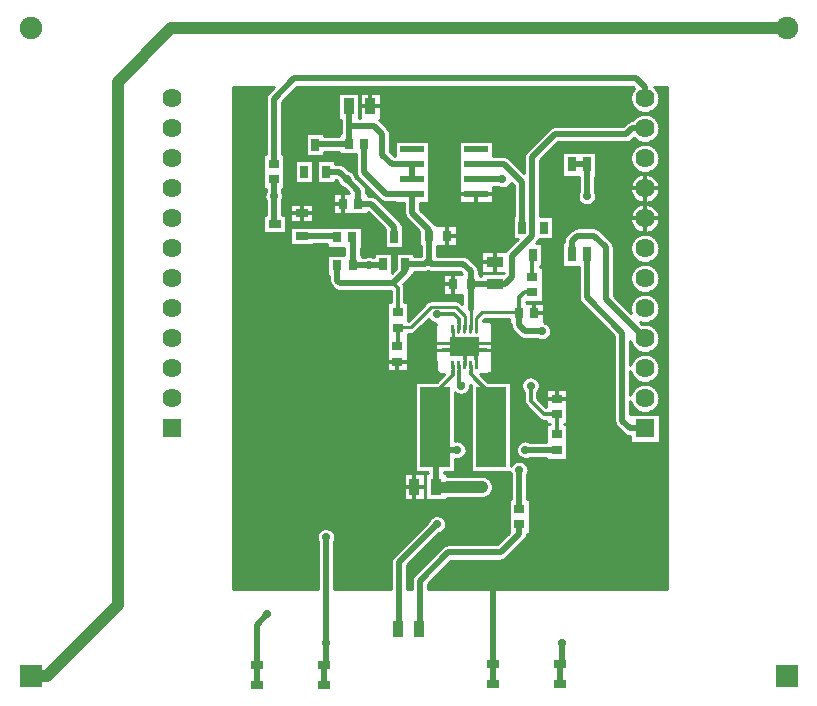
<source format=gbr>
G04 DipTrace 2.4.0.2*
%INTop.gbr*%
%MOMM*%
%ADD13C,0.28*%
%ADD14C,0.3*%
%ADD15C,0.25*%
%ADD16C,1.0*%
%ADD17C,0.5*%
%ADD18C,0.35*%
%ADD19C,0.95*%
%ADD21R,1.9X1.9*%
%ADD22C,1.9*%
%ADD24R,0.9X0.8*%
%ADD25R,0.95X1.4*%
%ADD26R,1.62X1.62*%
%ADD27C,1.62*%
%ADD28R,1.4X0.95*%
%ADD29R,0.8X0.9*%
%ADD31R,0.65X1.05*%
%ADD32R,0.85X1.4*%
%ADD34C,0.5*%
%ADD35R,2.0X0.6*%
%ADD36R,2.5X6.8*%
%ADD37R,1.0X0.7*%
%ADD38R,1.05X0.65*%
%ADD39R,0.76X1.27*%
%ADD40C,0.7*%
%ADD41C,1.016*%
%FSLAX53Y53*%
G04*
G71*
G90*
G75*
G01*
%LNTop*%
%LPD*%
X64319Y70282D2*
D13*
Y70794D1*
D14*
Y71807D1*
X65319Y70282D2*
D13*
Y70794D1*
D14*
Y71807D1*
X64319D1*
X63319Y73282D2*
D13*
Y72401D1*
D14*
X63913Y71807D1*
X64319D1*
X67200Y70743D2*
D15*
Y71378D1*
X67042Y71536D1*
X64591D1*
X64319Y71807D1*
X67200Y70743D2*
Y71537D1*
X66649Y72088D1*
X64600D1*
X64319Y71807D1*
X61009Y72965D2*
Y72085D1*
X64041D1*
X64319Y71807D1*
X61009Y71854D2*
Y71533D1*
X64045D1*
X64319Y71807D1*
X66730Y43211D2*
D17*
Y44911D1*
Y51290D1*
X68080Y52640D1*
X69421D1*
X72281Y55500D1*
X79580Y92840D2*
Y93764D1*
X78789Y94555D1*
X49893D1*
X48149Y92810D1*
Y87283D1*
X64819Y70282D2*
D13*
Y69770D1*
D14*
Y69472D1*
X66565Y67726D1*
Y65026D1*
X70097Y79597D2*
D18*
Y79355D1*
X70058Y79315D1*
Y77728D1*
X59299Y78803D2*
D17*
X60973D1*
X61326Y79156D1*
Y81220D1*
X59896Y84713D2*
Y83128D1*
X61326Y81697D1*
Y81220D1*
X59299Y78803D2*
Y78240D1*
X58245Y77186D1*
X53770D1*
X53547Y77410D1*
Y78680D1*
X53532Y78695D1*
X55799Y89000D2*
Y86589D1*
X57675Y84713D1*
X59896D1*
X68947Y58070D2*
Y61377D1*
X61326Y78998D2*
Y79156D1*
X64819Y73282D2*
D13*
Y75029D1*
D17*
Y77093D1*
X58643Y74726D2*
D14*
Y76789D1*
X58245Y77186D1*
X66855Y77120D2*
D17*
X67704D1*
X68311Y77728D1*
Y79474D1*
X70058Y81220D1*
Y87888D1*
X71963Y89793D1*
X77995D1*
X78502Y90300D1*
X79580D1*
X66855Y77120D2*
X64819D1*
Y77093D1*
Y78204D1*
X64184Y78839D1*
X61485D1*
X61326Y78998D1*
X52430Y43163D2*
Y44863D1*
X52580D1*
Y46711D1*
Y55675D1*
X70851Y73124D2*
X69422D1*
X68930Y73616D1*
Y74655D1*
X72430Y43211D2*
Y44911D1*
X72580Y46711D2*
Y45061D1*
X72430Y44911D1*
X65319Y73282D2*
D15*
Y74259D1*
X65771Y74711D1*
X68874D1*
X68930Y74655D1*
X70058Y76428D2*
D18*
X69392D1*
X68946Y75981D1*
Y74671D1*
X68930Y74655D1*
X46730Y43163D2*
D17*
Y44863D1*
X61906Y59946D2*
Y64923D1*
X61803Y65026D1*
X72123Y63091D2*
X69453D1*
X63708D2*
X61991D1*
X61644Y63439D1*
Y65026D1*
X61803D1*
X63319Y70282D2*
D13*
Y69770D1*
D14*
Y69401D1*
X61803Y67884D1*
Y65026D1*
X65772Y59946D2*
D16*
X62881D1*
D19*
X61906D1*
X46730Y44863D2*
D17*
Y48290D1*
X47580Y49140D1*
X54832Y78695D2*
Y81047D1*
X54817Y81062D1*
X54832Y78695D2*
X56246D1*
X57291D1*
X57399Y78803D1*
X63819Y73282D2*
D13*
Y73794D1*
D14*
Y74123D1*
X63390Y74552D1*
X61962D1*
Y56770D2*
D17*
X58786Y53595D1*
Y47961D1*
X58705Y47880D1*
X54499Y89000D2*
X51721D1*
X51639Y88918D1*
X59896Y85983D2*
Y87253D1*
X54499Y92175D2*
Y90490D1*
Y89000D1*
Y90490D2*
X56661D1*
X57357Y89794D1*
Y88047D1*
X58151Y87254D1*
X59895D1*
X59896Y87253D1*
X58349Y81103D2*
Y81976D1*
X56405Y83919D1*
X55323D1*
X55308Y83904D1*
X52589Y86618D2*
X53691D1*
X54326Y85983D1*
X55308Y85001D1*
Y83904D1*
X65296Y85983D2*
X67518D1*
X73393Y79633D2*
Y80744D1*
X73869Y81220D1*
X75298D1*
X76251Y80268D1*
Y75850D1*
X79580Y72520D1*
X63819Y70282D2*
D13*
Y69770D1*
D14*
Y68678D1*
X64184D1*
X64026Y68520D1*
X69899D2*
Y67250D1*
X71041Y66108D1*
X72123D1*
Y64391D1*
X91580Y98770D2*
D16*
X39502D1*
X34971Y94239D1*
Y49944D1*
X28938Y43910D1*
X27580D1*
X69147Y81897D2*
D17*
Y85782D1*
X67676Y87253D1*
X65296D1*
X68947Y56770D2*
Y55977D1*
X67360Y54389D1*
X62914D1*
X60533Y52007D1*
Y47880D1*
X60455D1*
X79580Y64900D2*
X78281D1*
X77679Y65502D1*
Y72963D1*
X74663Y75980D1*
Y79633D1*
X48149Y85983D2*
Y84554D1*
Y82252D1*
X48230Y82170D1*
X74663Y87253D2*
Y84554D1*
X73393Y87253D2*
X74663D1*
X64319Y73282D2*
D15*
Y74417D1*
X63549Y75188D1*
X61485D1*
X59739Y73441D1*
X58658D1*
X58643Y73426D1*
D14*
Y71869D1*
X58627Y71854D1*
X50530Y81220D2*
D17*
X53358D1*
X53517Y81062D1*
D40*
X68947Y61377D3*
X61326Y78998D3*
D3*
X52580Y55675D3*
X70851Y73124D3*
X72580Y46711D3*
X52580D3*
X69453Y63091D3*
X63708D3*
D41*
X65772Y59946D3*
D40*
X47580Y49140D3*
X61962Y74552D3*
X56246Y78695D3*
X61962Y56770D3*
Y74552D3*
X67518Y85983D3*
X54326D3*
X64026Y68520D3*
X69899D3*
X74663Y84554D3*
X48149D3*
D41*
X61167Y77093D3*
X67041Y80903D3*
X52595Y82808D3*
X58945Y92332D3*
X61485D3*
X73550Y75505D3*
Y73600D3*
Y71695D3*
X64978Y80903D3*
D40*
X67200Y72965D3*
Y71854D3*
Y70743D3*
X61009Y72965D3*
Y71854D3*
Y70743D3*
D41*
X57834Y59947D3*
Y58042D3*
X56246Y64709D3*
X72281Y55500D3*
X56246Y67725D3*
X75457Y55500D3*
X74980Y73600D3*
X68946Y70425D3*
Y66456D3*
X64080Y52640D3*
X67255D3*
X53905D3*
X57080D3*
X72281Y61000D3*
X75457D3*
X44730Y93548D2*
D15*
X47893D1*
X49880D2*
X78530D1*
X80630D2*
X81430D1*
X44730Y93302D2*
X47647D1*
X49634D2*
X53565D1*
X57283D2*
X78401D1*
X80759D2*
X81430D1*
X44730Y93055D2*
X47483D1*
X49388D2*
X53565D1*
X57283D2*
X78330D1*
X80830D2*
X81430D1*
X44730Y92808D2*
X47440D1*
X49138D2*
X53565D1*
X57283D2*
X78311D1*
X80849D2*
X81430D1*
X44730Y92562D2*
X47440D1*
X48892D2*
X53565D1*
X57283D2*
X78342D1*
X80818D2*
X81430D1*
X44730Y92315D2*
X47440D1*
X48857D2*
X53565D1*
X57283D2*
X78428D1*
X80732D2*
X81430D1*
X44730Y92068D2*
X47440D1*
X48857D2*
X53565D1*
X57283D2*
X78576D1*
X80584D2*
X81430D1*
X44730Y91822D2*
X47440D1*
X48857D2*
X53565D1*
X57283D2*
X78838D1*
X80322D2*
X81430D1*
X44730Y91575D2*
X47440D1*
X48857D2*
X53565D1*
X57283D2*
X81430D1*
X44730Y91328D2*
X47440D1*
X48857D2*
X53565D1*
X57283D2*
X78854D1*
X80306D2*
X81430D1*
X44730Y91082D2*
X47440D1*
X48857D2*
X53565D1*
X57283D2*
X78588D1*
X80572D2*
X81430D1*
X44730Y90835D2*
X47440D1*
X48857D2*
X53791D1*
X57310D2*
X78049D1*
X80728D2*
X81430D1*
X44730Y90588D2*
X47440D1*
X48857D2*
X53791D1*
X57556D2*
X77799D1*
X80814D2*
X81430D1*
X44730Y90342D2*
X47440D1*
X48857D2*
X53791D1*
X57802D2*
X71530D1*
X80849D2*
X81430D1*
X44730Y90095D2*
X47440D1*
X48857D2*
X53791D1*
X57998D2*
X71272D1*
X80834D2*
X81430D1*
X44730Y89848D2*
X47440D1*
X48857D2*
X50854D1*
X52423D2*
X53639D1*
X58064D2*
X71026D1*
X80763D2*
X81430D1*
X44730Y89602D2*
X47440D1*
X48857D2*
X50854D1*
X58068D2*
X70780D1*
X80634D2*
X81430D1*
X44730Y89355D2*
X47440D1*
X48857D2*
X50854D1*
X58068D2*
X70534D1*
X78552D2*
X78744D1*
X80416D2*
X81430D1*
X44730Y89108D2*
X47440D1*
X48857D2*
X50854D1*
X58068D2*
X58436D1*
X61357D2*
X63834D1*
X66755D2*
X70284D1*
X78044D2*
X79198D1*
X79962D2*
X81430D1*
X44730Y88862D2*
X47440D1*
X48857D2*
X50854D1*
X58068D2*
X58436D1*
X61357D2*
X63834D1*
X66755D2*
X70037D1*
X72025D2*
X78975D1*
X80185D2*
X81430D1*
X44730Y88615D2*
X47440D1*
X48857D2*
X50854D1*
X58068D2*
X58436D1*
X61357D2*
X63834D1*
X66755D2*
X69791D1*
X71779D2*
X78651D1*
X80509D2*
X81430D1*
X44730Y88368D2*
X47440D1*
X48857D2*
X50854D1*
X58068D2*
X58436D1*
X61357D2*
X63834D1*
X66755D2*
X69545D1*
X71533D2*
X78471D1*
X80689D2*
X81430D1*
X44730Y88122D2*
X47440D1*
X48857D2*
X50854D1*
X52423D2*
X53639D1*
X58275D2*
X58436D1*
X61357D2*
X63834D1*
X66755D2*
X69389D1*
X71287D2*
X72553D1*
X75502D2*
X78366D1*
X80794D2*
X81430D1*
X44730Y87875D2*
X47241D1*
X49060D2*
X55088D1*
X61357D2*
X63834D1*
X67986D2*
X69346D1*
X71037D2*
X72553D1*
X75502D2*
X78315D1*
X80845D2*
X81430D1*
X44730Y87628D2*
X47241D1*
X49060D2*
X55088D1*
X61357D2*
X63834D1*
X68294D2*
X69346D1*
X70791D2*
X72553D1*
X75502D2*
X78319D1*
X80841D2*
X81430D1*
X44730Y87382D2*
X47241D1*
X49060D2*
X49905D1*
X51474D2*
X51803D1*
X53373D2*
X55088D1*
X61357D2*
X63834D1*
X68541D2*
X69346D1*
X70767D2*
X72553D1*
X75502D2*
X78369D1*
X80791D2*
X81430D1*
X44730Y87135D2*
X47241D1*
X49060D2*
X49905D1*
X51474D2*
X51803D1*
X54166D2*
X55088D1*
X61357D2*
X63834D1*
X68787D2*
X69346D1*
X70767D2*
X72553D1*
X75502D2*
X78479D1*
X80681D2*
X81430D1*
X44730Y86888D2*
X47241D1*
X49060D2*
X49905D1*
X51474D2*
X51803D1*
X54416D2*
X55088D1*
X61357D2*
X63834D1*
X69033D2*
X69346D1*
X70767D2*
X72553D1*
X75502D2*
X78666D1*
X80494D2*
X81430D1*
X44730Y86642D2*
X47241D1*
X49060D2*
X49905D1*
X51474D2*
X51803D1*
X54779D2*
X55088D1*
X61357D2*
X63834D1*
X70767D2*
X72553D1*
X75502D2*
X79010D1*
X80150D2*
X81430D1*
X44730Y86395D2*
X47241D1*
X49060D2*
X49905D1*
X51474D2*
X51803D1*
X61357D2*
X63834D1*
X70767D2*
X72553D1*
X75502D2*
X79143D1*
X80017D2*
X81430D1*
X44730Y86148D2*
X47241D1*
X49060D2*
X49905D1*
X51474D2*
X51803D1*
X61357D2*
X63834D1*
X70767D2*
X73951D1*
X75373D2*
X78725D1*
X80435D2*
X81430D1*
X44730Y85902D2*
X47241D1*
X49060D2*
X49905D1*
X51474D2*
X51803D1*
X61357D2*
X63834D1*
X70767D2*
X73951D1*
X75373D2*
X78514D1*
X80646D2*
X81430D1*
X44730Y85655D2*
X47241D1*
X49060D2*
X53588D1*
X61357D2*
X63834D1*
X70767D2*
X73951D1*
X75373D2*
X78389D1*
X80771D2*
X81430D1*
X44730Y85408D2*
X47241D1*
X49060D2*
X53768D1*
X61357D2*
X63834D1*
X68076D2*
X68436D1*
X70767D2*
X73951D1*
X75373D2*
X78326D1*
X80834D2*
X81430D1*
X44730Y85162D2*
X47241D1*
X49060D2*
X54155D1*
X55998D2*
X56233D1*
X61357D2*
X63834D1*
X66755D2*
X68436D1*
X70767D2*
X73951D1*
X75373D2*
X78311D1*
X80849D2*
X81430D1*
X44730Y84915D2*
X47428D1*
X48873D2*
X54401D1*
X56017D2*
X56479D1*
X61357D2*
X63834D1*
X66755D2*
X68436D1*
X70767D2*
X73940D1*
X75384D2*
X78350D1*
X80810D2*
X81430D1*
X44730Y84668D2*
X47346D1*
X48951D2*
X53147D1*
X56169D2*
X56725D1*
X61357D2*
X63834D1*
X66755D2*
X68436D1*
X70767D2*
X73862D1*
X75462D2*
X78440D1*
X80720D2*
X81430D1*
X44730Y84422D2*
X47350D1*
X48947D2*
X53147D1*
X61357D2*
X63834D1*
X66755D2*
X68436D1*
X70767D2*
X73866D1*
X75462D2*
X78600D1*
X80560D2*
X81430D1*
X44730Y84175D2*
X47436D1*
X48861D2*
X53147D1*
X61357D2*
X63834D1*
X66755D2*
X68436D1*
X70767D2*
X73951D1*
X75373D2*
X78877D1*
X80283D2*
X81430D1*
X44730Y83928D2*
X47440D1*
X48857D2*
X53147D1*
X57388D2*
X59186D1*
X60607D2*
X68436D1*
X70767D2*
X74166D1*
X75162D2*
X81430D1*
X44730Y83682D2*
X47440D1*
X48857D2*
X49545D1*
X51513D2*
X53147D1*
X57634D2*
X59186D1*
X60607D2*
X68436D1*
X70767D2*
X78815D1*
X80345D2*
X81430D1*
X44730Y83435D2*
X47440D1*
X48857D2*
X49545D1*
X51513D2*
X53147D1*
X57880D2*
X59186D1*
X60607D2*
X68436D1*
X70767D2*
X78565D1*
X80595D2*
X81430D1*
X44730Y83188D2*
X47440D1*
X48857D2*
X49545D1*
X51513D2*
X53147D1*
X58130D2*
X59186D1*
X60830D2*
X68436D1*
X70767D2*
X78420D1*
X80740D2*
X81430D1*
X44730Y82942D2*
X47440D1*
X48857D2*
X49545D1*
X51513D2*
X56389D1*
X58377D2*
X59213D1*
X61076D2*
X68436D1*
X70767D2*
X78338D1*
X80822D2*
X81430D1*
X44730Y82695D2*
X47244D1*
X49216D2*
X49545D1*
X51513D2*
X56635D1*
X58623D2*
X59338D1*
X61322D2*
X68362D1*
X71834D2*
X78311D1*
X80849D2*
X81430D1*
X44730Y82448D2*
X47244D1*
X49216D2*
X49545D1*
X51513D2*
X56881D1*
X58869D2*
X59580D1*
X61568D2*
X68362D1*
X71834D2*
X78330D1*
X80830D2*
X81430D1*
X44730Y82202D2*
X47244D1*
X49216D2*
X57127D1*
X59021D2*
X59827D1*
X61814D2*
X68362D1*
X71834D2*
X78405D1*
X80755D2*
X81430D1*
X44730Y81955D2*
X47244D1*
X49216D2*
X49545D1*
X51513D2*
X57377D1*
X59134D2*
X60077D1*
X63685D2*
X68362D1*
X71834D2*
X78545D1*
X80615D2*
X81430D1*
X44730Y81708D2*
X47244D1*
X49216D2*
X49545D1*
X55677D2*
X57565D1*
X59134D2*
X60323D1*
X63685D2*
X68362D1*
X71834D2*
X73366D1*
X75802D2*
X78776D1*
X80384D2*
X81430D1*
X44730Y81462D2*
X47244D1*
X49216D2*
X49545D1*
X55677D2*
X57565D1*
X59134D2*
X60467D1*
X63685D2*
X68362D1*
X71834D2*
X73116D1*
X76048D2*
X79299D1*
X79861D2*
X81430D1*
X44730Y81215D2*
X49545D1*
X55677D2*
X57565D1*
X59134D2*
X60467D1*
X63685D2*
X68362D1*
X71834D2*
X72869D1*
X76298D2*
X78928D1*
X80232D2*
X81430D1*
X44730Y80968D2*
X49545D1*
X55677D2*
X57565D1*
X59134D2*
X60467D1*
X63685D2*
X68362D1*
X71834D2*
X72721D1*
X76544D2*
X78627D1*
X80533D2*
X81430D1*
X44730Y80722D2*
X49545D1*
X55677D2*
X57565D1*
X59134D2*
X60467D1*
X63685D2*
X68565D1*
X70552D2*
X72682D1*
X76787D2*
X78455D1*
X80705D2*
X81430D1*
X44730Y80475D2*
X49545D1*
X51513D2*
X52659D1*
X55677D2*
X57565D1*
X59134D2*
X60467D1*
X63685D2*
X68319D1*
X70880D2*
X72553D1*
X76927D2*
X78358D1*
X80802D2*
X81430D1*
X44730Y80228D2*
X52659D1*
X55677D2*
X57565D1*
X59134D2*
X60616D1*
X62037D2*
X68073D1*
X70880D2*
X72553D1*
X76959D2*
X78315D1*
X80845D2*
X81430D1*
X44730Y79982D2*
X54123D1*
X55541D2*
X60616D1*
X62037D2*
X67826D1*
X70880D2*
X72553D1*
X76959D2*
X78319D1*
X80841D2*
X81430D1*
X44730Y79735D2*
X54123D1*
X55541D2*
X56616D1*
X58185D2*
X58514D1*
X60084D2*
X60616D1*
X62037D2*
X65694D1*
X70880D2*
X72553D1*
X76959D2*
X78377D1*
X80783D2*
X81430D1*
X44730Y79488D2*
X52674D1*
X55693D2*
X56616D1*
X58185D2*
X58514D1*
X60084D2*
X60616D1*
X64423D2*
X65694D1*
X70880D2*
X72553D1*
X76959D2*
X78494D1*
X80666D2*
X81430D1*
X44730Y79242D2*
X52674D1*
X58185D2*
X58514D1*
X64775D2*
X65694D1*
X70880D2*
X72553D1*
X76959D2*
X78694D1*
X80466D2*
X81430D1*
X44730Y78995D2*
X52674D1*
X58185D2*
X58514D1*
X65021D2*
X65694D1*
X70880D2*
X72553D1*
X76959D2*
X79069D1*
X80091D2*
X81430D1*
X44730Y78748D2*
X52674D1*
X58185D2*
X58514D1*
X65267D2*
X65694D1*
X70880D2*
X72553D1*
X76959D2*
X79076D1*
X80084D2*
X81430D1*
X44730Y78502D2*
X52674D1*
X58185D2*
X58514D1*
X65459D2*
X65694D1*
X70966D2*
X73951D1*
X76959D2*
X78698D1*
X80462D2*
X81430D1*
X44730Y78255D2*
X52674D1*
X58185D2*
X58319D1*
X65525D2*
X65694D1*
X70966D2*
X73951D1*
X76959D2*
X78498D1*
X80662D2*
X81430D1*
X44730Y78008D2*
X52674D1*
X60084D2*
X64022D1*
X65529D2*
X65694D1*
X70966D2*
X73951D1*
X76959D2*
X78381D1*
X80779D2*
X81430D1*
X44730Y77762D2*
X52838D1*
X59814D2*
X62459D1*
X70966D2*
X73951D1*
X76959D2*
X78323D1*
X80837D2*
X81430D1*
X44730Y77515D2*
X52838D1*
X59568D2*
X62459D1*
X70966D2*
X73951D1*
X76959D2*
X78315D1*
X80845D2*
X81430D1*
X44730Y77268D2*
X52854D1*
X59322D2*
X62459D1*
X70966D2*
X73951D1*
X76959D2*
X78354D1*
X80806D2*
X81430D1*
X44730Y77022D2*
X52959D1*
X59205D2*
X62459D1*
X70966D2*
X73951D1*
X76959D2*
X78451D1*
X80709D2*
X81430D1*
X44730Y76775D2*
X53190D1*
X59252D2*
X62459D1*
X70966D2*
X73951D1*
X76959D2*
X78623D1*
X80537D2*
X81430D1*
X44730Y76528D2*
X53557D1*
X59252D2*
X62459D1*
X70966D2*
X73951D1*
X76959D2*
X78920D1*
X80240D2*
X81430D1*
X44730Y76282D2*
X58034D1*
X59252D2*
X62459D1*
X70966D2*
X73951D1*
X76959D2*
X79319D1*
X79841D2*
X81430D1*
X44730Y76035D2*
X58034D1*
X59252D2*
X64108D1*
X70966D2*
X73951D1*
X77060D2*
X78780D1*
X80380D2*
X81430D1*
X44730Y75788D2*
X58034D1*
X59252D2*
X64108D1*
X70966D2*
X73979D1*
X77306D2*
X78545D1*
X80615D2*
X81430D1*
X44730Y75542D2*
X57733D1*
X59552D2*
X61022D1*
X69580D2*
X74112D1*
X77552D2*
X78409D1*
X80752D2*
X81430D1*
X44730Y75295D2*
X57733D1*
X59552D2*
X60776D1*
X71091D2*
X74354D1*
X77798D2*
X78334D1*
X80826D2*
X81430D1*
X44730Y75048D2*
X57733D1*
X59552D2*
X60530D1*
X71091D2*
X74600D1*
X78044D2*
X78311D1*
X80849D2*
X81430D1*
X44730Y74802D2*
X57733D1*
X59552D2*
X60284D1*
X71091D2*
X74846D1*
X80822D2*
X81430D1*
X44730Y74555D2*
X57733D1*
X59552D2*
X60037D1*
X71091D2*
X75096D1*
X80744D2*
X81430D1*
X44730Y74308D2*
X57733D1*
X59552D2*
X59787D1*
X71091D2*
X75342D1*
X80595D2*
X81430D1*
X44730Y74062D2*
X57733D1*
X61177D2*
X61323D1*
X65939D2*
X68069D1*
X71091D2*
X75588D1*
X80349D2*
X81430D1*
X44730Y73815D2*
X57733D1*
X60927D2*
X61666D1*
X66638D2*
X68069D1*
X71248D2*
X75834D1*
X79279D2*
X81430D1*
X44730Y73568D2*
X57733D1*
X60681D2*
X61830D1*
X66697D2*
X68221D1*
X71521D2*
X76080D1*
X80275D2*
X81430D1*
X44730Y73322D2*
X57733D1*
X60435D2*
X61830D1*
X66697D2*
X68287D1*
X71634D2*
X76326D1*
X80556D2*
X81430D1*
X44730Y73075D2*
X57733D1*
X60189D2*
X61830D1*
X66697D2*
X68479D1*
X71658D2*
X76573D1*
X80720D2*
X81430D1*
X44730Y72828D2*
X57733D1*
X59552D2*
X61830D1*
X66697D2*
X68725D1*
X71603D2*
X76823D1*
X80810D2*
X81430D1*
X44730Y72582D2*
X57717D1*
X59537D2*
X61830D1*
X66697D2*
X68979D1*
X71443D2*
X76971D1*
X80849D2*
X81430D1*
X44730Y72335D2*
X57717D1*
X59537D2*
X61830D1*
X66697D2*
X76971D1*
X80837D2*
X81430D1*
X44730Y72088D2*
X57717D1*
X59537D2*
X61830D1*
X66697D2*
X76971D1*
X80771D2*
X81430D1*
X44730Y71842D2*
X57717D1*
X59537D2*
X61830D1*
X66697D2*
X76971D1*
X80650D2*
X81430D1*
X44730Y71595D2*
X57717D1*
X59537D2*
X61830D1*
X66697D2*
X76971D1*
X78388D2*
X78721D1*
X80439D2*
X81430D1*
X44730Y71348D2*
X57717D1*
X59537D2*
X61830D1*
X66697D2*
X76971D1*
X78388D2*
X79135D1*
X80025D2*
X81430D1*
X44730Y71102D2*
X57717D1*
X59537D2*
X61830D1*
X66697D2*
X76971D1*
X78388D2*
X79014D1*
X80146D2*
X81430D1*
X44730Y70855D2*
X57717D1*
X59537D2*
X61830D1*
X66697D2*
X76971D1*
X78388D2*
X78670D1*
X80490D2*
X81430D1*
X44730Y70608D2*
X57717D1*
X59537D2*
X61830D1*
X66697D2*
X76971D1*
X80681D2*
X81430D1*
X44730Y70362D2*
X57717D1*
X59537D2*
X61830D1*
X66697D2*
X76971D1*
X80791D2*
X81430D1*
X44730Y70115D2*
X57717D1*
X59537D2*
X61830D1*
X66697D2*
X76971D1*
X80841D2*
X81430D1*
X44730Y69868D2*
X57717D1*
X59537D2*
X61838D1*
X66689D2*
X76971D1*
X80845D2*
X81430D1*
X44730Y69622D2*
X61983D1*
X66544D2*
X76971D1*
X80798D2*
X81430D1*
X44730Y69375D2*
X62444D1*
X65767D2*
X76971D1*
X80693D2*
X81430D1*
X44730Y69128D2*
X62194D1*
X66013D2*
X69377D1*
X70419D2*
X76971D1*
X78388D2*
X78647D1*
X80513D2*
X81430D1*
X44730Y68882D2*
X61948D1*
X66263D2*
X69178D1*
X70619D2*
X76971D1*
X78388D2*
X78971D1*
X80189D2*
X81430D1*
X44730Y68635D2*
X60092D1*
X68275D2*
X69096D1*
X70701D2*
X76971D1*
X78388D2*
X79205D1*
X79955D2*
X81430D1*
X44730Y68388D2*
X60092D1*
X68275D2*
X69100D1*
X70697D2*
X76971D1*
X78388D2*
X78748D1*
X80412D2*
X81430D1*
X44730Y68142D2*
X60092D1*
X68275D2*
X69186D1*
X70611D2*
X71213D1*
X73033D2*
X76971D1*
X78388D2*
X78525D1*
X80634D2*
X81430D1*
X44730Y67895D2*
X60092D1*
X64525D2*
X64854D1*
X68275D2*
X69287D1*
X70509D2*
X71213D1*
X73033D2*
X76971D1*
X80763D2*
X81430D1*
X44730Y67648D2*
X60092D1*
X63513D2*
X64854D1*
X68275D2*
X69287D1*
X70509D2*
X71213D1*
X73033D2*
X76971D1*
X80834D2*
X81430D1*
X44730Y67402D2*
X60092D1*
X63513D2*
X64854D1*
X68275D2*
X69287D1*
X70599D2*
X71213D1*
X73033D2*
X76971D1*
X80849D2*
X81430D1*
X44730Y67155D2*
X60092D1*
X63513D2*
X64854D1*
X68275D2*
X69295D1*
X70845D2*
X71213D1*
X73033D2*
X76971D1*
X80818D2*
X81430D1*
X44730Y66908D2*
X60092D1*
X63513D2*
X64854D1*
X68275D2*
X69401D1*
X73033D2*
X76971D1*
X80732D2*
X81430D1*
X44730Y66662D2*
X60092D1*
X63513D2*
X64854D1*
X68275D2*
X69635D1*
X73033D2*
X76971D1*
X78388D2*
X78584D1*
X80576D2*
X81430D1*
X44730Y66415D2*
X60092D1*
X63513D2*
X64854D1*
X68275D2*
X69881D1*
X73033D2*
X76971D1*
X78388D2*
X78850D1*
X80310D2*
X81430D1*
X44730Y66168D2*
X60092D1*
X63513D2*
X64854D1*
X68275D2*
X70127D1*
X73033D2*
X76971D1*
X78388D2*
X81430D1*
X44730Y65922D2*
X60092D1*
X63513D2*
X64854D1*
X68275D2*
X70377D1*
X73033D2*
X76971D1*
X80849D2*
X81430D1*
X44730Y65675D2*
X60092D1*
X63513D2*
X64854D1*
X68275D2*
X70623D1*
X73033D2*
X76971D1*
X80849D2*
X81430D1*
X44730Y65428D2*
X60092D1*
X63513D2*
X64854D1*
X68275D2*
X71213D1*
X73033D2*
X76975D1*
X80849D2*
X81430D1*
X44730Y65182D2*
X60092D1*
X63513D2*
X64854D1*
X68275D2*
X71213D1*
X73033D2*
X77049D1*
X80849D2*
X81430D1*
X44730Y64935D2*
X60092D1*
X63513D2*
X64854D1*
X68275D2*
X71213D1*
X73033D2*
X77252D1*
X80849D2*
X81430D1*
X44730Y64688D2*
X60092D1*
X63513D2*
X64854D1*
X68275D2*
X71213D1*
X73033D2*
X77498D1*
X80849D2*
X81430D1*
X44730Y64442D2*
X60092D1*
X63513D2*
X64854D1*
X68275D2*
X71213D1*
X73033D2*
X77744D1*
X80849D2*
X81430D1*
X44730Y64195D2*
X60092D1*
X63513D2*
X64854D1*
X68275D2*
X71213D1*
X73033D2*
X78311D1*
X80849D2*
X81430D1*
X44730Y63948D2*
X60092D1*
X63513D2*
X64854D1*
X68275D2*
X71213D1*
X73033D2*
X78311D1*
X80849D2*
X81430D1*
X44730Y63702D2*
X60092D1*
X64224D2*
X64854D1*
X68275D2*
X68936D1*
X73033D2*
X78311D1*
X80849D2*
X81430D1*
X44730Y63455D2*
X60092D1*
X64427D2*
X64854D1*
X68275D2*
X68733D1*
X73033D2*
X81430D1*
X44730Y63208D2*
X60092D1*
X64509D2*
X64854D1*
X68275D2*
X68651D1*
X73033D2*
X81430D1*
X44730Y62962D2*
X60092D1*
X64505D2*
X64854D1*
X68275D2*
X68655D1*
X73033D2*
X81430D1*
X44730Y62715D2*
X60092D1*
X64423D2*
X64854D1*
X68275D2*
X68741D1*
X73033D2*
X81430D1*
X44730Y62468D2*
X60092D1*
X64209D2*
X64854D1*
X68275D2*
X68951D1*
X73033D2*
X81430D1*
X44730Y62222D2*
X60092D1*
X63513D2*
X64854D1*
X68275D2*
X81430D1*
X44730Y61975D2*
X60092D1*
X63513D2*
X64854D1*
X68275D2*
X68414D1*
X69482D2*
X81430D1*
X44730Y61728D2*
X60092D1*
X63513D2*
X64854D1*
X69673D2*
X81430D1*
X44730Y61482D2*
X60092D1*
X63513D2*
X64854D1*
X69752D2*
X81430D1*
X44730Y61235D2*
X60092D1*
X63513D2*
X64854D1*
X69744D2*
X81430D1*
X44730Y60988D2*
X59123D1*
X62841D2*
X68237D1*
X69658D2*
X81430D1*
X44730Y60742D2*
X59123D1*
X66302D2*
X68237D1*
X69658D2*
X81430D1*
X44730Y60495D2*
X59123D1*
X66564D2*
X68237D1*
X69658D2*
X81430D1*
X44730Y60248D2*
X59123D1*
X66689D2*
X68237D1*
X69658D2*
X81430D1*
X44730Y60002D2*
X59123D1*
X66740D2*
X68237D1*
X69658D2*
X81430D1*
X44730Y59755D2*
X59123D1*
X66720D2*
X68237D1*
X69658D2*
X81430D1*
X44730Y59508D2*
X59123D1*
X66630D2*
X68237D1*
X69658D2*
X81430D1*
X44730Y59262D2*
X59123D1*
X66447D2*
X68237D1*
X69658D2*
X81430D1*
X44730Y59015D2*
X59123D1*
X65947D2*
X68237D1*
X69658D2*
X81430D1*
X44730Y58768D2*
X68037D1*
X69857D2*
X81430D1*
X44730Y58522D2*
X68037D1*
X69857D2*
X81430D1*
X44730Y58275D2*
X68037D1*
X69857D2*
X81430D1*
X44730Y58028D2*
X68037D1*
X69857D2*
X81430D1*
X44730Y57782D2*
X68037D1*
X69857D2*
X81430D1*
X44730Y57535D2*
X61760D1*
X62162D2*
X68037D1*
X69857D2*
X81430D1*
X44730Y57288D2*
X61346D1*
X62576D2*
X68037D1*
X69857D2*
X81430D1*
X44730Y57042D2*
X61202D1*
X62724D2*
X68037D1*
X69857D2*
X81430D1*
X44730Y56795D2*
X60994D1*
X62771D2*
X68037D1*
X69857D2*
X81430D1*
X44730Y56548D2*
X60744D1*
X62740D2*
X68037D1*
X69857D2*
X81430D1*
X44730Y56302D2*
X52084D1*
X53076D2*
X60498D1*
X62615D2*
X68037D1*
X69857D2*
X81430D1*
X44730Y56055D2*
X51869D1*
X53291D2*
X60252D1*
X62310D2*
X68034D1*
X69857D2*
X81430D1*
X44730Y55808D2*
X51784D1*
X53377D2*
X60006D1*
X61994D2*
X67787D1*
X69634D2*
X81430D1*
X44730Y55562D2*
X51780D1*
X53380D2*
X59760D1*
X61748D2*
X67537D1*
X69517D2*
X81430D1*
X44730Y55315D2*
X51858D1*
X53302D2*
X59514D1*
X61498D2*
X67291D1*
X69279D2*
X81430D1*
X44730Y55068D2*
X51869D1*
X53291D2*
X59268D1*
X61252D2*
X62803D1*
X69033D2*
X81430D1*
X44730Y54822D2*
X51869D1*
X53291D2*
X59018D1*
X61005D2*
X62354D1*
X68787D2*
X81430D1*
X44730Y54575D2*
X51869D1*
X53291D2*
X58772D1*
X60759D2*
X62108D1*
X68541D2*
X81430D1*
X44730Y54328D2*
X51869D1*
X53291D2*
X58526D1*
X60513D2*
X61862D1*
X68291D2*
X81430D1*
X44730Y54082D2*
X51869D1*
X53291D2*
X58280D1*
X60267D2*
X61612D1*
X68044D2*
X81430D1*
X44730Y53835D2*
X51869D1*
X53291D2*
X58119D1*
X60021D2*
X61366D1*
X67787D2*
X81430D1*
X44730Y53588D2*
X51869D1*
X53291D2*
X58077D1*
X59771D2*
X61119D1*
X63107D2*
X81430D1*
X44730Y53342D2*
X51869D1*
X53291D2*
X58077D1*
X59525D2*
X60873D1*
X62861D2*
X81430D1*
X44730Y53095D2*
X51869D1*
X53291D2*
X58077D1*
X59498D2*
X60627D1*
X62615D2*
X81430D1*
X44730Y52848D2*
X51869D1*
X53291D2*
X58077D1*
X59498D2*
X60381D1*
X62369D2*
X81430D1*
X44730Y52602D2*
X51869D1*
X53291D2*
X58077D1*
X59498D2*
X60135D1*
X62119D2*
X81430D1*
X44730Y52355D2*
X51869D1*
X53291D2*
X58077D1*
X59498D2*
X59916D1*
X61873D2*
X81430D1*
X44730Y52108D2*
X51869D1*
X53291D2*
X58077D1*
X59498D2*
X59830D1*
X61627D2*
X81430D1*
X44730Y51862D2*
X51869D1*
X53291D2*
X58077D1*
X59498D2*
X59823D1*
X61380D2*
X81430D1*
X44730Y51615D2*
X51869D1*
X53291D2*
X58077D1*
X59498D2*
X59823D1*
X61244D2*
X81430D1*
X44730Y51368D2*
X51869D1*
X53291D2*
X58077D1*
X59498D2*
X59823D1*
X61244D2*
X81430D1*
X70669Y78562D2*
X70943D1*
X70939Y76892D1*
X70943Y76638D1*
Y75593D1*
X69556D1*
X69570Y75540D1*
X71065D1*
Y73878D1*
X71145Y73852D1*
X71256Y73796D1*
X71358Y73723D1*
X71447Y73635D1*
X71520Y73535D1*
X71577Y73423D1*
X71615Y73304D1*
X71636Y73124D1*
X71626Y72999D1*
X71597Y72878D1*
X71548Y72763D1*
X71482Y72657D1*
X71400Y72563D1*
X71304Y72483D1*
X71197Y72419D1*
X71081Y72373D1*
X70959Y72346D1*
X70834Y72339D1*
X70710Y72352D1*
X70589Y72384D1*
X70466Y72441D1*
X69422Y72439D1*
X69298Y72450D1*
X69178Y72484D1*
X69066Y72539D1*
X68938Y72639D1*
X68446Y73132D1*
X68366Y73228D1*
X68305Y73337D1*
X68264Y73455D1*
X68245Y73616D1*
Y73769D1*
X68095Y73770D1*
Y74149D1*
X66374Y74151D1*
X66002D1*
X65877Y74025D1*
X66248D1*
X66371Y74007D1*
X66484Y73954D1*
X66576Y73870D1*
X66641Y73763D1*
X66671Y73639D1*
X66673Y72225D1*
Y69948D1*
X66655Y69825D1*
X66602Y69712D1*
X66518Y69620D1*
X66411Y69556D1*
X66287Y69525D1*
X65637Y69523D1*
X65606Y69511D1*
X66258Y68861D1*
X68250D1*
Y61740D1*
X68337Y61871D1*
X68423Y61961D1*
X68522Y62037D1*
X68632Y62096D1*
X68750Y62137D1*
X68873Y62159D1*
X68998Y62161D1*
X69122Y62143D1*
X69241Y62105D1*
X69352Y62050D1*
X69454Y61977D1*
X69543Y61889D1*
X69616Y61788D1*
X69673Y61677D1*
X69711Y61558D1*
X69732Y61377D1*
X69722Y61253D1*
X69693Y61131D1*
X69630Y60993D1*
X69632Y58905D1*
X69832D1*
X69828Y57235D1*
X69832Y56980D1*
Y55935D1*
X69633D1*
X69621Y55852D1*
X69587Y55732D1*
X69532Y55620D1*
X69432Y55492D1*
X67844Y53905D1*
X67748Y53825D1*
X67639Y53764D1*
X67521Y53723D1*
X67360Y53704D1*
X63199D1*
X61219Y51725D1*
X61218Y51261D1*
X62080Y51265D1*
X81455D1*
Y93795D1*
X80381D1*
X80481Y93699D1*
X80563Y93604D1*
X80635Y93502D1*
X80696Y93393D1*
X80745Y93278D1*
X80783Y93159D1*
X80809Y93037D1*
X80825Y92840D1*
X80819Y92715D1*
X80800Y92592D1*
X80769Y92471D1*
X80726Y92353D1*
X80671Y92241D1*
X80606Y92135D1*
X80530Y92035D1*
X80445Y91944D1*
X80350Y91862D1*
X80248Y91790D1*
X80140Y91728D1*
X80026Y91677D1*
X79907Y91639D1*
X79785Y91612D1*
X79661Y91598D1*
X79536Y91596D1*
X79411Y91606D1*
X79288Y91630D1*
X79169Y91665D1*
X79053Y91712D1*
X78942Y91771D1*
X78838Y91840D1*
X78742Y91919D1*
X78654Y92008D1*
X78575Y92105D1*
X78507Y92209D1*
X78449Y92320D1*
X78402Y92436D1*
X78368Y92556D1*
X78345Y92679D1*
X78336Y92804D1*
X78338Y92929D1*
X78353Y93053D1*
X78381Y93175D1*
X78420Y93293D1*
X78472Y93407D1*
X78534Y93515D1*
X78677Y93696D1*
X78580Y93795D1*
X50100D1*
X48834Y92527D1*
Y88119D1*
X49034Y88118D1*
X49030Y86448D1*
X49034Y86193D1*
Y85148D1*
X48835D1*
X48834Y84940D1*
X48874Y84854D1*
X48913Y84735D1*
X48934Y84554D1*
X48924Y84430D1*
X48894Y84309D1*
X48831Y84170D1*
X48834Y82933D1*
X49190Y82930D1*
Y81410D1*
X47270D1*
Y82930D1*
X47462D1*
X47464Y84170D1*
X47393Y84341D1*
X47369Y84464D1*
X47365Y84588D1*
X47380Y84712D1*
X47415Y84832D1*
X47463Y84934D1*
X47464Y85152D1*
X47264Y85148D1*
X47268Y86818D1*
X47264Y87073D1*
Y88118D1*
X47463D1*
X47464Y92810D1*
X47475Y92935D1*
X47509Y93055D1*
X47564Y93167D1*
X47664Y93295D1*
X48164Y93795D1*
X44705D1*
Y51265D1*
X51896D1*
X51895Y55293D1*
X51825Y55461D1*
X51800Y55584D1*
X51796Y55709D1*
X51811Y55832D1*
X51846Y55952D1*
X51899Y56065D1*
X51970Y56168D1*
X52056Y56259D1*
X52155Y56335D1*
X52265Y56394D1*
X52383Y56435D1*
X52506Y56456D1*
X52631Y56458D1*
X52754Y56440D1*
X52873Y56403D1*
X52985Y56347D1*
X53087Y56274D1*
X53175Y56186D1*
X53249Y56085D1*
X53306Y55974D1*
X53344Y55855D1*
X53365Y55675D1*
X53355Y55550D1*
X53326Y55429D1*
X53263Y55291D1*
X53265Y52800D1*
Y51265D1*
X58100D1*
X58101Y53595D1*
X58113Y53719D1*
X58146Y53840D1*
X58201Y53952D1*
X58302Y54080D1*
X61205Y56983D1*
X61281Y57161D1*
X61351Y57264D1*
X61437Y57355D1*
X61536Y57430D1*
X61646Y57489D1*
X61764Y57530D1*
X61887Y57552D1*
X62012Y57554D1*
X62136Y57536D1*
X62255Y57499D1*
X62367Y57443D1*
X62468Y57370D1*
X62557Y57282D1*
X62630Y57181D1*
X62687Y57070D1*
X62725Y56951D1*
X62747Y56770D1*
X62737Y56646D1*
X62707Y56525D1*
X62659Y56410D1*
X62593Y56304D1*
X62511Y56209D1*
X62415Y56129D1*
X62307Y56066D1*
X62172Y56016D1*
X60325Y54165D1*
X59471Y53311D1*
Y51263D1*
X59850Y51265D1*
X59848Y52007D1*
X59859Y52132D1*
X59893Y52252D1*
X59948Y52364D1*
X60048Y52492D1*
X62430Y54873D1*
X62526Y54953D1*
X62635Y55014D1*
X62753Y55055D1*
X62914Y55074D1*
X67074D1*
X68062Y56060D1*
X68066Y57605D1*
X68062Y57860D1*
Y58905D1*
X68261D1*
X68262Y60996D1*
X68192Y61164D1*
X68187Y61191D1*
X64880D1*
Y68586D1*
X64809Y68577D1*
X64801Y68396D1*
X64772Y68274D1*
X64723Y68159D1*
X64657Y68053D1*
X64575Y67959D1*
X64479Y67879D1*
X64372Y67815D1*
X64256Y67769D1*
X64134Y67742D1*
X64009Y67735D1*
X63885Y67748D1*
X63764Y67780D1*
X63650Y67831D1*
X63546Y67899D1*
X63485Y67954D1*
X63488Y65986D1*
Y63842D1*
X63634Y63873D1*
X63759Y63875D1*
X63882Y63857D1*
X64001Y63819D1*
X64113Y63764D1*
X64215Y63691D1*
X64303Y63603D1*
X64377Y63502D1*
X64434Y63391D1*
X64472Y63272D1*
X64493Y63091D1*
X64483Y62967D1*
X64453Y62845D1*
X64405Y62730D1*
X64339Y62624D1*
X64257Y62530D1*
X64161Y62450D1*
X64054Y62387D1*
X63938Y62341D1*
X63816Y62314D1*
X63691Y62306D1*
X63567Y62319D1*
X63488Y62340D1*
Y61191D1*
X62593D1*
X62591Y61083D1*
X62816Y61081D1*
X62819Y60879D1*
X65256Y60881D1*
X65828Y60887D1*
X65952Y60871D1*
X66073Y60840D1*
X66188Y60792D1*
X66296Y60729D1*
X66395Y60653D1*
X66483Y60565D1*
X66559Y60465D1*
X66621Y60357D1*
X66668Y60241D1*
X66699Y60120D1*
X66715Y59946D1*
X66707Y59821D1*
X66682Y59699D1*
X66641Y59581D1*
X66585Y59469D1*
X66515Y59366D1*
X66432Y59272D1*
X66337Y59191D1*
X66233Y59123D1*
X66120Y59069D1*
X66001Y59031D1*
X65878Y59009D1*
X65753Y59003D1*
X65522Y59011D1*
X62815Y59015D1*
X62816Y58811D1*
X60996D1*
Y61081D1*
X61219D1*
X61113Y61191D1*
X60118D1*
Y68861D1*
X61950D1*
X62613Y69521D1*
X62279Y69523D1*
X62156Y69541D1*
X62043Y69595D1*
X61951Y69678D1*
X61887Y69785D1*
X61856Y69909D1*
X61854Y71323D1*
Y73600D1*
X61874Y73727D1*
X61863Y73686D1*
X61820Y73780D1*
X61700Y73812D1*
X61586Y73863D1*
X61481Y73931D1*
X61389Y74016D1*
X61311Y74113D1*
X61271Y74184D1*
X60555Y73466D1*
X60135Y73045D1*
X60037Y72967D1*
X59925Y72913D1*
X59800Y72885D1*
X59524Y72881D1*
X59528Y72591D1*
X59516D1*
X59513Y72064D1*
X59509Y71019D1*
X59513Y70939D1*
Y69719D1*
X57743D1*
Y72689D1*
X57754D1*
X57758Y73216D1*
X57761Y74261D1*
X57758Y74516D1*
Y75561D1*
X58058D1*
Y76504D1*
X55870Y76501D1*
X53770D1*
X53646Y76513D1*
X53526Y76547D1*
X53414Y76602D1*
X53286Y76702D1*
X53062Y76926D1*
X52983Y77022D1*
X52922Y77130D1*
X52881Y77249D1*
X52862Y77410D1*
Y77812D1*
X52697Y77810D1*
Y79580D1*
X54149D1*
X54147Y80175D1*
X52682Y80177D1*
Y80532D1*
X51858Y80535D1*
X51487D1*
X51490Y80460D1*
X49570D1*
Y81980D1*
X51490D1*
Y81906D1*
X52683Y81905D1*
X52682Y81947D1*
X54352Y81943D1*
X54607Y81947D1*
X55652D1*
Y80177D1*
X55517Y80172D1*
Y79582D1*
X55667Y79580D1*
Y79381D1*
X55859Y79380D1*
X56049Y79455D1*
X56172Y79477D1*
X56297Y79478D1*
X56420Y79460D1*
X56539Y79423D1*
X56627Y79380D1*
X56639Y79468D1*
Y79763D1*
X58159D1*
Y78071D1*
X58537Y78447D1*
X58538Y79763D1*
X60059D1*
Y79486D1*
X60638Y79488D1*
X60641Y80156D1*
Y80332D1*
X60491Y80335D1*
X60489Y81566D1*
X59411Y82643D1*
X59331Y82739D1*
X59270Y82848D1*
X59230Y82966D1*
X59211Y83128D1*
X59206Y83978D1*
X58461D1*
Y84029D1*
X57675Y84028D1*
X57550Y84040D1*
X57430Y84073D1*
X57318Y84128D1*
X57190Y84229D1*
X55315Y86104D1*
X55235Y86200D1*
X55174Y86309D1*
X55134Y86427D1*
X55114Y86589D1*
Y88116D1*
X53664Y88115D1*
Y88314D1*
X52402Y88315D1*
X52399Y87958D1*
X50879D1*
Y89878D1*
X52399D1*
Y89687D1*
X53662Y89685D1*
X53664Y89885D1*
X53817D1*
X53814Y91041D1*
X53589Y91040D1*
Y93310D1*
X55409D1*
Y91174D1*
X55439Y91190D1*
Y93310D1*
X57259D1*
Y91040D1*
X57068D1*
X57146Y90974D1*
X57842Y90278D1*
X57922Y90182D1*
X57983Y90073D1*
X58023Y89955D1*
X58042Y89794D1*
Y88329D1*
X58435Y87938D1*
X58465Y87988D1*
X58461Y88413D1*
Y89258D1*
X61331D1*
X61327Y87788D1*
X61331Y87363D1*
X61327Y86518D1*
X61331Y86093D1*
X61327Y85248D1*
X61331Y84823D1*
Y83978D1*
X60577D1*
X60581Y83713D1*
Y83412D1*
X61821Y82170D1*
X61991Y82105D1*
X62161Y82101D1*
X62241Y82105D1*
X63661D1*
Y80335D1*
X62009D1*
X62011Y79521D1*
X63110Y79524D1*
X64184D1*
X64308Y79512D1*
X64428Y79479D1*
X64540Y79424D1*
X64668Y79323D1*
X65303Y78688D1*
X65383Y78592D1*
X65444Y78483D1*
X65484Y78365D1*
X65504Y78204D1*
Y77981D1*
X65654Y77978D1*
Y77802D1*
X65721Y77805D1*
X65720Y78030D1*
X67630D1*
X67615Y78060D1*
X65720D1*
Y79880D1*
X67760D1*
X67827Y79958D1*
X68807Y80939D1*
X68387Y80937D1*
Y82857D1*
X68461D1*
X68462Y85502D1*
X68251Y85709D1*
X68215Y85622D1*
X68149Y85517D1*
X68067Y85422D1*
X67971Y85342D1*
X67864Y85279D1*
X67748Y85233D1*
X67626Y85206D1*
X67501Y85199D1*
X67377Y85211D1*
X67256Y85243D1*
X67133Y85301D1*
X66731Y85298D1*
Y83978D1*
X63861D1*
X63864Y86718D1*
X63861Y87143D1*
X63864Y87988D1*
X63861Y88413D1*
Y89258D1*
X66731D1*
Y87937D1*
X67676Y87938D1*
X67800Y87927D1*
X67920Y87893D1*
X68032Y87838D1*
X68160Y87738D1*
X69372Y86525D1*
X69373Y87888D1*
X69384Y88012D1*
X69418Y88132D1*
X69473Y88244D1*
X69573Y88372D1*
X71478Y90277D1*
X71574Y90357D1*
X71683Y90418D1*
X71801Y90458D1*
X71963Y90478D1*
X77709D1*
X78018Y90784D1*
X78114Y90864D1*
X78223Y90925D1*
X78341Y90966D1*
X78502Y90985D1*
X78538D1*
X78690Y91170D1*
X78781Y91255D1*
X78881Y91330D1*
X78988Y91395D1*
X79101Y91449D1*
X79218Y91491D1*
X79340Y91522D1*
X79463Y91540D1*
X79588Y91545D1*
X79713Y91538D1*
X79836Y91518D1*
X79957Y91487D1*
X80074Y91443D1*
X80186Y91387D1*
X80292Y91321D1*
X80391Y91245D1*
X80481Y91159D1*
X80563Y91064D1*
X80635Y90962D1*
X80696Y90853D1*
X80745Y90738D1*
X80783Y90619D1*
X80809Y90497D1*
X80825Y90300D1*
X80819Y90175D1*
X80800Y90052D1*
X80769Y89931D1*
X80726Y89813D1*
X80671Y89701D1*
X80606Y89595D1*
X80530Y89495D1*
X80445Y89404D1*
X80350Y89322D1*
X80248Y89250D1*
X80140Y89188D1*
X80026Y89137D1*
X79907Y89099D1*
X79785Y89072D1*
X79661Y89058D1*
X79536Y89056D1*
X79411Y89067D1*
X79288Y89090D1*
X79169Y89125D1*
X79053Y89172D1*
X78942Y89231D1*
X78838Y89300D1*
X78742Y89379D1*
X78647Y89477D1*
X78479Y89308D1*
X78383Y89228D1*
X78275Y89167D1*
X78156Y89127D1*
X77995Y89108D1*
X72249D1*
X70743Y87604D1*
Y82860D1*
X71287Y82857D1*
X71807D1*
Y80937D1*
X70678D1*
X70642Y80863D1*
X70542Y80736D1*
X70362Y80556D1*
X70857Y80557D1*
Y78637D1*
X70666D1*
X70668Y78561D1*
X59171Y61081D2*
X60966D1*
Y58811D1*
X59146D1*
Y61081D1*
X59171D1*
X78362Y66145D2*
X80825D1*
Y63655D1*
X78335D1*
X78330Y64215D1*
X78157Y64226D1*
X78037Y64260D1*
X77925Y64315D1*
X77797Y64416D1*
X77195Y65017D1*
X77115Y65113D1*
X77054Y65222D1*
X77014Y65340D1*
X76994Y65502D1*
Y72678D1*
X74178Y75495D1*
X74099Y75591D1*
X74038Y75700D1*
X73997Y75818D1*
X73978Y75980D1*
Y78563D1*
X73848Y78567D1*
X73583Y78563D1*
X72578D1*
Y80703D1*
X72707D1*
X72719Y80868D1*
X72753Y80989D1*
X72808Y81101D1*
X72908Y81228D1*
X73385Y81705D1*
X73481Y81785D1*
X73589Y81846D1*
X73708Y81886D1*
X73869Y81905D1*
X75298D1*
X75422Y81894D1*
X75542Y81860D1*
X75654Y81805D1*
X75782Y81705D1*
X76735Y80752D1*
X76815Y80656D1*
X76876Y80547D1*
X76916Y80429D1*
X76936Y80268D1*
Y76131D1*
X78395Y74674D1*
X78345Y74899D1*
X78336Y75024D1*
X78338Y75149D1*
X78353Y75273D1*
X78381Y75395D1*
X78420Y75513D1*
X78472Y75627D1*
X78534Y75735D1*
X78607Y75837D1*
X78690Y75930D1*
X78781Y76015D1*
X78881Y76090D1*
X78988Y76155D1*
X79101Y76209D1*
X79218Y76251D1*
X79340Y76282D1*
X79463Y76300D1*
X79588Y76305D1*
X79713Y76298D1*
X79836Y76278D1*
X79957Y76247D1*
X80074Y76203D1*
X80186Y76147D1*
X80292Y76081D1*
X80391Y76005D1*
X80481Y75919D1*
X80563Y75824D1*
X80635Y75722D1*
X80696Y75613D1*
X80745Y75498D1*
X80783Y75379D1*
X80809Y75257D1*
X80825Y75060D1*
X80819Y74935D1*
X80800Y74812D1*
X80769Y74691D1*
X80726Y74573D1*
X80671Y74461D1*
X80606Y74355D1*
X80530Y74255D1*
X80445Y74164D1*
X80350Y74082D1*
X80248Y74010D1*
X80140Y73948D1*
X80026Y73897D1*
X79907Y73859D1*
X79785Y73832D1*
X79661Y73818D1*
X79536Y73816D1*
X79411Y73827D1*
X79187Y73879D1*
X79329Y73740D1*
X79463Y73760D1*
X79588Y73765D1*
X79713Y73758D1*
X79836Y73738D1*
X79957Y73707D1*
X80074Y73663D1*
X80186Y73607D1*
X80292Y73541D1*
X80391Y73465D1*
X80481Y73379D1*
X80563Y73284D1*
X80635Y73182D1*
X80696Y73073D1*
X80745Y72958D1*
X80783Y72839D1*
X80809Y72717D1*
X80825Y72520D1*
X80819Y72395D1*
X80800Y72272D1*
X80769Y72151D1*
X80726Y72033D1*
X80671Y71921D1*
X80606Y71815D1*
X80530Y71715D1*
X80445Y71624D1*
X80350Y71542D1*
X80248Y71470D1*
X80140Y71408D1*
X80026Y71357D1*
X79907Y71319D1*
X79785Y71292D1*
X79661Y71278D1*
X79536Y71276D1*
X79411Y71287D1*
X79288Y71310D1*
X79169Y71345D1*
X79053Y71392D1*
X78942Y71451D1*
X78838Y71520D1*
X78742Y71599D1*
X78654Y71688D1*
X78575Y71785D1*
X78507Y71889D1*
X78449Y72000D1*
X78402Y72116D1*
X78364Y72255D1*
Y70248D1*
X78420Y70433D1*
X78472Y70547D1*
X78534Y70655D1*
X78607Y70757D1*
X78690Y70850D1*
X78781Y70935D1*
X78881Y71010D1*
X78988Y71075D1*
X79101Y71129D1*
X79218Y71171D1*
X79340Y71202D1*
X79463Y71219D1*
X79588Y71225D1*
X79713Y71218D1*
X79836Y71198D1*
X79957Y71167D1*
X80074Y71123D1*
X80186Y71067D1*
X80292Y71001D1*
X80391Y70925D1*
X80481Y70839D1*
X80563Y70744D1*
X80635Y70642D1*
X80696Y70533D1*
X80745Y70418D1*
X80783Y70299D1*
X80809Y70177D1*
X80825Y69980D1*
X80819Y69855D1*
X80800Y69732D1*
X80769Y69611D1*
X80726Y69493D1*
X80671Y69381D1*
X80606Y69275D1*
X80530Y69175D1*
X80445Y69084D1*
X80350Y69002D1*
X80248Y68930D1*
X80140Y68868D1*
X80026Y68817D1*
X79907Y68779D1*
X79785Y68752D1*
X79661Y68738D1*
X79536Y68736D1*
X79411Y68747D1*
X79288Y68770D1*
X79169Y68805D1*
X79053Y68852D1*
X78942Y68911D1*
X78838Y68980D1*
X78742Y69059D1*
X78654Y69148D1*
X78575Y69245D1*
X78507Y69349D1*
X78449Y69460D1*
X78402Y69576D1*
X78364Y69715D1*
Y67709D1*
X78420Y67893D1*
X78472Y68007D1*
X78534Y68115D1*
X78607Y68217D1*
X78690Y68310D1*
X78781Y68395D1*
X78881Y68470D1*
X78988Y68535D1*
X79101Y68589D1*
X79218Y68631D1*
X79340Y68662D1*
X79463Y68680D1*
X79588Y68685D1*
X79713Y68678D1*
X79836Y68658D1*
X79957Y68627D1*
X80074Y68583D1*
X80186Y68527D1*
X80292Y68461D1*
X80391Y68385D1*
X80481Y68299D1*
X80563Y68204D1*
X80635Y68102D1*
X80696Y67993D1*
X80745Y67878D1*
X80783Y67759D1*
X80809Y67637D1*
X80825Y67440D1*
X80819Y67315D1*
X80800Y67192D1*
X80769Y67071D1*
X80726Y66953D1*
X80671Y66841D1*
X80606Y66735D1*
X80530Y66635D1*
X80445Y66544D1*
X80350Y66462D1*
X80248Y66390D1*
X80140Y66328D1*
X80026Y66277D1*
X79907Y66239D1*
X79785Y66212D1*
X79661Y66198D1*
X79536Y66196D1*
X79411Y66207D1*
X79288Y66230D1*
X79169Y66265D1*
X79053Y66312D1*
X78942Y66371D1*
X78838Y66440D1*
X78742Y66519D1*
X78654Y66608D1*
X78575Y66705D1*
X78507Y66809D1*
X78449Y66920D1*
X78402Y67036D1*
X78364Y67175D1*
Y66147D1*
X80819Y77475D2*
X80800Y77352D1*
X80769Y77231D1*
X80726Y77113D1*
X80671Y77001D1*
X80606Y76895D1*
X80530Y76795D1*
X80445Y76704D1*
X80350Y76622D1*
X80248Y76550D1*
X80140Y76488D1*
X80026Y76437D1*
X79907Y76399D1*
X79785Y76372D1*
X79661Y76358D1*
X79536Y76356D1*
X79411Y76367D1*
X79288Y76390D1*
X79169Y76425D1*
X79053Y76472D1*
X78942Y76531D1*
X78838Y76600D1*
X78742Y76679D1*
X78654Y76768D1*
X78575Y76865D1*
X78507Y76969D1*
X78449Y77080D1*
X78402Y77196D1*
X78368Y77316D1*
X78345Y77439D1*
X78336Y77564D1*
X78338Y77689D1*
X78353Y77813D1*
X78381Y77935D1*
X78420Y78053D1*
X78472Y78167D1*
X78534Y78275D1*
X78607Y78377D1*
X78690Y78470D1*
X78781Y78555D1*
X78881Y78630D1*
X78988Y78695D1*
X79101Y78749D1*
X79218Y78791D1*
X79340Y78822D1*
X79463Y78840D1*
X79588Y78845D1*
X79713Y78838D1*
X79836Y78818D1*
X79957Y78787D1*
X80074Y78743D1*
X80186Y78687D1*
X80292Y78621D1*
X80391Y78545D1*
X80481Y78459D1*
X80563Y78364D1*
X80635Y78262D1*
X80696Y78153D1*
X80745Y78038D1*
X80783Y77919D1*
X80809Y77797D1*
X80825Y77600D1*
X80819Y77475D1*
Y80015D2*
X80800Y79892D1*
X80769Y79771D1*
X80726Y79653D1*
X80671Y79541D1*
X80606Y79435D1*
X80530Y79335D1*
X80445Y79244D1*
X80350Y79162D1*
X80248Y79090D1*
X80140Y79028D1*
X80026Y78977D1*
X79907Y78939D1*
X79785Y78912D1*
X79661Y78898D1*
X79536Y78896D1*
X79411Y78907D1*
X79288Y78930D1*
X79169Y78965D1*
X79053Y79012D1*
X78942Y79071D1*
X78838Y79140D1*
X78742Y79219D1*
X78654Y79308D1*
X78575Y79405D1*
X78507Y79509D1*
X78449Y79620D1*
X78402Y79736D1*
X78368Y79856D1*
X78345Y79979D1*
X78336Y80104D1*
X78338Y80229D1*
X78353Y80353D1*
X78381Y80475D1*
X78420Y80593D1*
X78472Y80707D1*
X78534Y80815D1*
X78607Y80917D1*
X78690Y81010D1*
X78781Y81095D1*
X78881Y81170D1*
X78988Y81235D1*
X79101Y81289D1*
X79218Y81331D1*
X79340Y81362D1*
X79463Y81380D1*
X79588Y81385D1*
X79713Y81378D1*
X79836Y81358D1*
X79957Y81327D1*
X80074Y81283D1*
X80186Y81227D1*
X80292Y81161D1*
X80391Y81085D1*
X80481Y80999D1*
X80563Y80904D1*
X80635Y80802D1*
X80696Y80693D1*
X80745Y80578D1*
X80783Y80459D1*
X80809Y80337D1*
X80825Y80140D1*
X80819Y80015D1*
X80825Y82655D2*
X80809Y82481D1*
X80769Y82311D1*
X80705Y82148D1*
X80620Y81995D1*
X80514Y81856D1*
X80389Y81734D1*
X80248Y81630D1*
X80095Y81546D1*
X79931Y81485D1*
X79760Y81448D1*
X79586Y81435D1*
X79411Y81447D1*
X79240Y81482D1*
X79076Y81542D1*
X78921Y81624D1*
X78780Y81726D1*
X78654Y81848D1*
X78546Y81986D1*
X78459Y82138D1*
X78394Y82300D1*
X78353Y82470D1*
X78336Y82644D1*
X78343Y82818D1*
X78374Y82990D1*
X78430Y83156D1*
X78508Y83313D1*
X78607Y83457D1*
X78725Y83585D1*
X78861Y83696D1*
X79010Y83787D1*
X79171Y83856D1*
X79340Y83902D1*
X79513Y83923D1*
X79688Y83920D1*
X79861Y83893D1*
X80028Y83842D1*
X80186Y83767D1*
X80333Y83672D1*
X80464Y83557D1*
X80578Y83424D1*
X80673Y83277D1*
X80745Y83118D1*
X80795Y82950D1*
X80821Y82777D1*
X80825Y82655D1*
Y85195D2*
X80809Y85021D1*
X80769Y84851D1*
X80705Y84688D1*
X80620Y84535D1*
X80514Y84396D1*
X80389Y84274D1*
X80248Y84170D1*
X80095Y84086D1*
X79931Y84025D1*
X79760Y83988D1*
X79586Y83975D1*
X79411Y83987D1*
X79240Y84022D1*
X79076Y84082D1*
X78921Y84164D1*
X78780Y84266D1*
X78654Y84388D1*
X78546Y84526D1*
X78459Y84678D1*
X78394Y84840D1*
X78353Y85010D1*
X78336Y85184D1*
X78343Y85358D1*
X78374Y85530D1*
X78430Y85696D1*
X78508Y85853D1*
X78607Y85997D1*
X78725Y86125D1*
X78861Y86236D1*
X79010Y86327D1*
X79171Y86396D1*
X79340Y86442D1*
X79513Y86463D1*
X79688Y86460D1*
X79861Y86433D1*
X80028Y86382D1*
X80186Y86307D1*
X80333Y86212D1*
X80464Y86097D1*
X80578Y85964D1*
X80673Y85817D1*
X80745Y85658D1*
X80795Y85490D1*
X80821Y85317D1*
X80825Y85195D1*
X80819Y87635D2*
X80800Y87512D1*
X80769Y87391D1*
X80726Y87273D1*
X80671Y87161D1*
X80606Y87055D1*
X80530Y86955D1*
X80445Y86864D1*
X80350Y86782D1*
X80248Y86710D1*
X80140Y86648D1*
X80026Y86597D1*
X79907Y86559D1*
X79785Y86532D1*
X79661Y86518D1*
X79536Y86516D1*
X79411Y86526D1*
X79288Y86550D1*
X79169Y86585D1*
X79053Y86632D1*
X78942Y86691D1*
X78838Y86760D1*
X78742Y86839D1*
X78654Y86928D1*
X78575Y87025D1*
X78507Y87129D1*
X78449Y87240D1*
X78402Y87356D1*
X78368Y87476D1*
X78345Y87599D1*
X78336Y87724D1*
X78338Y87849D1*
X78353Y87973D1*
X78381Y88095D1*
X78420Y88213D1*
X78472Y88327D1*
X78534Y88435D1*
X78607Y88537D1*
X78690Y88630D1*
X78781Y88715D1*
X78881Y88790D1*
X78988Y88855D1*
X79101Y88909D1*
X79218Y88951D1*
X79340Y88982D1*
X79463Y89000D1*
X79588Y89005D1*
X79713Y88998D1*
X79836Y88978D1*
X79957Y88947D1*
X80074Y88903D1*
X80186Y88847D1*
X80292Y88781D1*
X80391Y88705D1*
X80481Y88619D1*
X80563Y88524D1*
X80635Y88422D1*
X80696Y88313D1*
X80745Y88198D1*
X80783Y88079D1*
X80809Y87957D1*
X80825Y87760D1*
X80819Y87635D1*
X64134Y76207D2*
X63984Y76211D1*
X63904Y76207D1*
X62484D1*
Y77978D1*
X64077D1*
X63901Y78153D1*
X61485Y78154D1*
X61252Y78178D1*
X61134Y78137D1*
X60973Y78118D1*
X60055D1*
X60059Y77843D1*
X59859D1*
X59694Y77667D1*
X59134Y77106D1*
X59190Y76994D1*
X59221Y76877D1*
X59227Y76664D1*
Y75559D1*
X59528Y75561D1*
Y74018D1*
X60845Y75340D1*
X61089Y75583D1*
X61187Y75661D1*
X61299Y75716D1*
X61424Y75744D1*
X61860Y75748D1*
X63549D1*
X63673Y75734D1*
X63791Y75693D1*
X63899Y75624D1*
X64135Y75393D1*
X64134Y76205D1*
X64004Y76207D1*
X63979D1*
X50054Y87578D2*
X51449D1*
Y85658D1*
X49929D1*
Y87578D1*
X50054D1*
X51954D2*
X53349D1*
Y87301D1*
X53691Y87303D1*
X53815Y87292D1*
X53935Y87258D1*
X54047Y87203D1*
X54175Y87103D1*
X54537Y86741D1*
X54731Y86656D1*
X54833Y86583D1*
X54921Y86495D1*
X54995Y86394D1*
X55052Y86283D1*
X55079Y86197D1*
X55793Y85485D1*
X55872Y85389D1*
X55934Y85281D1*
X55974Y85163D1*
X55993Y85001D1*
Y84786D1*
X56143Y84789D1*
Y84606D1*
X56405Y84604D1*
X56529Y84593D1*
X56649Y84559D1*
X56761Y84504D1*
X56889Y84404D1*
X58833Y82460D1*
X58913Y82364D1*
X58974Y82255D1*
X59017Y82122D1*
X59089Y82063D1*
X59108D1*
Y80143D1*
X57589D1*
Y81764D1*
X56143Y83212D1*
Y83019D1*
X54473Y83023D1*
X54393Y83019D1*
X53173D1*
Y84789D1*
X54555D1*
X54114Y85227D1*
X53950Y85294D1*
X53846Y85363D1*
X53753Y85447D1*
X53675Y85544D1*
X53614Y85653D1*
X53570Y85774D1*
X53408Y85933D1*
X53349Y85828D1*
Y85658D1*
X51829D1*
Y87578D1*
X51954D1*
X71363Y65226D2*
X71538D1*
Y65270D1*
X71238Y65273D1*
Y65527D1*
X71041Y65523D1*
X70917Y65536D1*
X70799Y65575D1*
X70694Y65637D1*
X70539Y65783D1*
X69485Y66836D1*
X69407Y66934D1*
X69351Y67045D1*
X69320Y67163D1*
X69314Y67375D1*
Y67996D1*
X69248Y68081D1*
X69187Y68190D1*
X69143Y68307D1*
X69119Y68429D1*
X69115Y68554D1*
X69130Y68678D1*
X69165Y68798D1*
X69218Y68911D1*
X69288Y69014D1*
X69374Y69104D1*
X69474Y69180D1*
X69584Y69239D1*
X69702Y69280D1*
X69825Y69302D1*
X69950Y69303D1*
X70073Y69285D1*
X70192Y69248D1*
X70304Y69192D1*
X70405Y69120D1*
X70494Y69032D1*
X70568Y68931D1*
X70624Y68820D1*
X70663Y68701D1*
X70684Y68520D1*
X70674Y68396D1*
X70644Y68274D1*
X70596Y68159D1*
X70530Y68053D1*
X70481Y67997D1*
X70484Y67493D1*
X71238Y66738D1*
Y68243D1*
X73008D1*
Y65273D1*
X72707D1*
X72708Y65229D1*
X73008Y65226D1*
X73004Y63556D1*
X73008Y63301D1*
Y62256D1*
X71238D1*
Y62409D1*
X69837Y62406D1*
X69683Y62341D1*
X69561Y62314D1*
X69436Y62306D1*
X69312Y62319D1*
X69192Y62351D1*
X69078Y62402D1*
X68973Y62470D1*
X68881Y62554D1*
X68803Y62652D1*
X68741Y62761D1*
X68698Y62878D1*
X68674Y63000D1*
X68669Y63125D1*
X68684Y63249D1*
X68719Y63369D1*
X68772Y63482D1*
X68843Y63585D1*
X68929Y63675D1*
X69028Y63751D1*
X69138Y63810D1*
X69256Y63851D1*
X69379Y63873D1*
X69504Y63875D1*
X69628Y63857D1*
X69747Y63819D1*
X69834Y63776D1*
X71239D1*
X71238Y65226D1*
X71363D1*
X49595Y83880D2*
X51490D1*
Y82360D1*
X49570D1*
Y83880D1*
X49595D1*
X73973Y88323D2*
X75478D1*
Y86183D1*
X75349D1*
X75348Y84936D1*
X75388Y84854D1*
X75427Y84735D1*
X75448Y84554D1*
X75438Y84430D1*
X75408Y84309D1*
X75360Y84194D1*
X75294Y84088D1*
X75212Y83993D1*
X75116Y83913D1*
X75009Y83850D1*
X74892Y83804D1*
X74770Y83777D1*
X74646Y83770D1*
X74522Y83782D1*
X74401Y83814D1*
X74287Y83865D1*
X74182Y83934D1*
X74090Y84018D1*
X74012Y84115D1*
X73951Y84224D1*
X73907Y84341D1*
X73883Y84464D1*
X73878Y84588D1*
X73894Y84712D1*
X73928Y84832D1*
X73977Y84934D1*
X73978Y86183D1*
X73848Y86187D1*
X73583Y86183D1*
X72578D1*
Y88323D1*
X74208Y88319D1*
X60056Y61080D2*
D14*
Y58811D1*
X59147Y59946D2*
X60966D1*
X79580Y83925D2*
Y81436D1*
X78336Y82680D2*
X80825D1*
X79580Y86465D2*
Y83976D1*
X78336Y85220D2*
X80825D1*
X66855Y79880D2*
Y78061D1*
X65721Y78970D2*
X66855D1*
X56349Y93310D2*
Y92175D1*
X55440D2*
X57259D1*
X63319Y77977D2*
Y76208D1*
X62484Y77093D2*
X63319D1*
X62826Y82105D2*
Y80336D1*
Y81220D2*
X63661D1*
X65296Y84713D2*
Y83979D1*
X63861Y84713D2*
X66730D1*
X72123Y68242D2*
Y67408D1*
X71238D2*
X73007D1*
X54008Y84789D2*
Y83020D1*
X53174Y83904D2*
X54008D1*
X70230Y75539D2*
Y74655D1*
X71064D1*
X50530Y83880D2*
Y82361D1*
X49571Y83120D2*
X51490D1*
X58627Y70554D2*
Y69719D1*
X57743Y70554D2*
X59512D1*
D21*
X27580Y43910D3*
D22*
Y98770D3*
D24*
X70058Y77728D3*
Y76428D3*
D25*
X61906Y59946D3*
X60056D3*
D26*
X39580Y64900D3*
D27*
Y67440D3*
Y69980D3*
Y72520D3*
Y75060D3*
Y77600D3*
Y80140D3*
Y82680D3*
Y85220D3*
Y87760D3*
Y90300D3*
Y92840D3*
D26*
X79580Y64900D3*
D27*
Y67440D3*
Y69980D3*
Y72520D3*
Y75060D3*
Y77600D3*
Y80140D3*
Y82680D3*
Y85220D3*
Y87760D3*
Y90300D3*
Y92840D3*
D28*
X66855Y77120D3*
Y78970D3*
D25*
X54499Y92175D3*
X56349D3*
D29*
X64819Y77093D3*
X63319D3*
X61326Y81220D3*
X62826D3*
D31*
X50689Y86618D3*
X52589D3*
X51639Y88918D3*
D32*
X60455Y47880D3*
X58705D3*
D31*
X71047Y81897D3*
X69147D3*
X70097Y79597D3*
G36*
X64959Y73059D2*
X64946Y72998D1*
X64910Y72951D1*
X64871Y72929D1*
X64819Y72920D1*
X64767Y72929D1*
X64728Y72951D1*
X64692Y72998D1*
X64679Y73059D1*
Y73644D1*
X64959D1*
Y73059D1*
G37*
G36*
X64459D2*
X64446Y72998D1*
X64410Y72951D1*
X64371Y72929D1*
X64319Y72920D1*
X64267Y72929D1*
X64228Y72951D1*
X64192Y72998D1*
X64179Y73059D1*
Y73644D1*
X64459D1*
Y73059D1*
G37*
G36*
X63959D2*
X63946Y72998D1*
X63910Y72951D1*
X63871Y72929D1*
X63819Y72920D1*
X63767Y72929D1*
X63728Y72951D1*
X63692Y72998D1*
X63679Y73059D1*
Y73644D1*
X63959D1*
Y73059D1*
G37*
G36*
X63459D2*
X63446Y72998D1*
X63410Y72951D1*
X63371Y72929D1*
X63319Y72920D1*
X63267Y72929D1*
X63228Y72951D1*
X63192Y72998D1*
X63179Y73059D1*
Y73644D1*
X63459D1*
Y73059D1*
G37*
G36*
X63179Y70505D2*
X63193Y70567D1*
X63229Y70613D1*
X63268Y70636D1*
X63319Y70644D1*
X63371Y70635D1*
X63410Y70613D1*
X63446Y70566D1*
X63459Y70505D1*
Y69920D1*
X63179D1*
Y70505D1*
G37*
G36*
X63679D2*
X63693Y70567D1*
X63729Y70613D1*
X63768Y70636D1*
X63819Y70644D1*
X63871Y70635D1*
X63910Y70613D1*
X63946Y70566D1*
X63959Y70505D1*
Y69920D1*
X63679D1*
Y70505D1*
G37*
G36*
X64179D2*
X64193Y70567D1*
X64229Y70613D1*
X64268Y70636D1*
X64319Y70644D1*
X64371Y70635D1*
X64410Y70613D1*
X64446Y70566D1*
X64459Y70505D1*
Y69920D1*
X64179D1*
Y70505D1*
G37*
G36*
X64679D2*
X64693Y70567D1*
X64729Y70613D1*
X64768Y70636D1*
X64819Y70644D1*
X64871Y70635D1*
X64910Y70613D1*
X64946Y70566D1*
X64959Y70505D1*
Y69920D1*
X64679D1*
Y70505D1*
G37*
G36*
X65179D2*
X65193Y70567D1*
X65229Y70613D1*
X65268Y70636D1*
X65319Y70644D1*
X65371Y70635D1*
X65410Y70613D1*
X65446Y70566D1*
X65459Y70505D1*
Y69920D1*
X65179D1*
Y70505D1*
G37*
D34*
X63569Y72307D3*
G36*
X65519Y72632D2*
X63119D1*
Y72227D1*
X62419D1*
Y71947D1*
X63119D1*
Y71667D1*
X62419D1*
Y71387D1*
X63119D1*
Y70982D1*
X65519D1*
Y71387D1*
X66219D1*
Y71667D1*
X65519D1*
Y71947D1*
X66219D1*
Y72227D1*
X65519D1*
Y72632D1*
G37*
G36*
X65459Y73059D2*
X65446Y72998D1*
X65410Y72951D1*
X65371Y72929D1*
X65319Y72920D1*
X65267Y72929D1*
X65228Y72951D1*
X65192Y72998D1*
X65179Y73059D1*
Y73644D1*
X65459D1*
Y73059D1*
G37*
D34*
X63569Y71307D3*
X65069Y72307D3*
X64319Y71807D3*
X65069Y71307D3*
D35*
X65296Y84713D3*
Y85983D3*
Y87253D3*
Y88523D3*
X59896D3*
Y87253D3*
Y85983D3*
Y84713D3*
D36*
X61803Y65026D3*
X66565D3*
D31*
X57399Y78803D3*
X59299D3*
X58349Y81103D3*
D24*
X72123Y64391D3*
Y63091D3*
Y67408D3*
Y66108D3*
D29*
X54008Y83904D3*
X55308D3*
X54499Y89000D3*
X55799D3*
X54832Y78695D3*
X53532D3*
D24*
X68947Y58070D3*
Y56770D3*
D29*
X70230Y74655D3*
X68930D3*
D37*
X66730Y44911D3*
Y43211D3*
X72430Y44911D3*
Y43211D3*
X46730Y44863D3*
Y43163D3*
X52430Y44863D3*
Y43163D3*
D38*
X50530Y81220D3*
Y83120D3*
X48230Y82170D3*
D24*
X48149Y85983D3*
Y87283D3*
D29*
X54817Y81062D3*
X53517D3*
D39*
X73393Y79633D3*
X74663D3*
Y87253D3*
X73393D3*
D24*
X58627Y71854D3*
Y70554D3*
X58643Y73426D3*
Y74726D3*
D21*
X91580Y43910D3*
D22*
Y98770D3*
M02*

</source>
